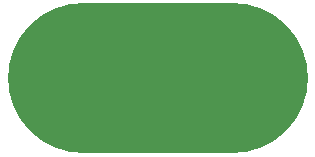
<source format=gbr>
%FSLAX34Y34*%
%MOIN*%
%ADD10O,1.0X0.5*%
D10*
X0Y0D03*
M02*

</source>
